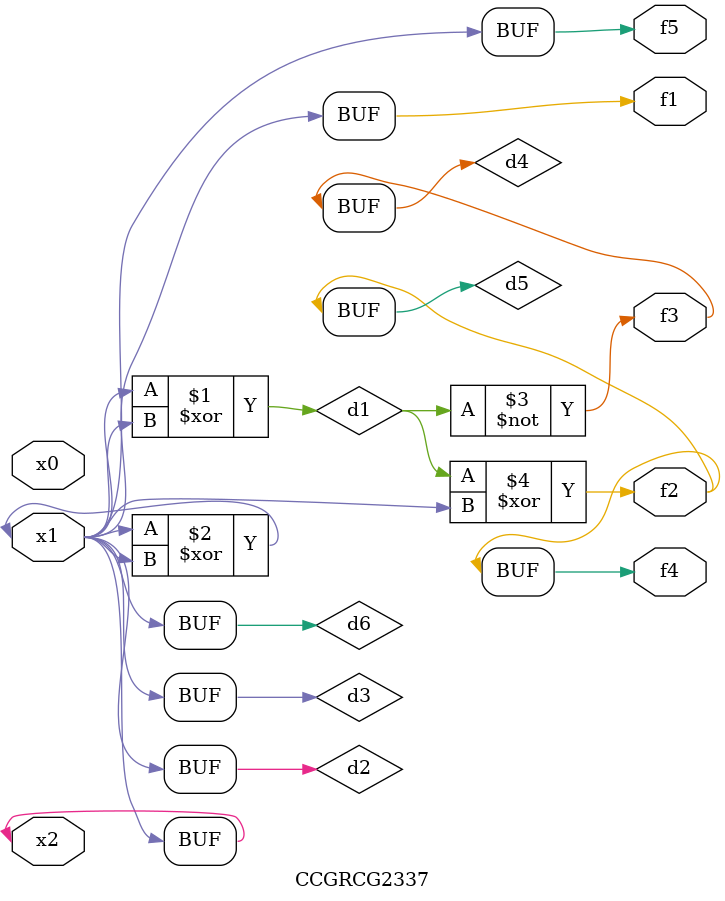
<source format=v>
module CCGRCG2337(
	input x0, x1, x2,
	output f1, f2, f3, f4, f5
);

	wire d1, d2, d3, d4, d5, d6;

	xor (d1, x1, x2);
	buf (d2, x1, x2);
	xor (d3, x1, x2);
	nor (d4, d1);
	xor (d5, d1, d2);
	buf (d6, d2, d3);
	assign f1 = d6;
	assign f2 = d5;
	assign f3 = d4;
	assign f4 = d5;
	assign f5 = d6;
endmodule

</source>
